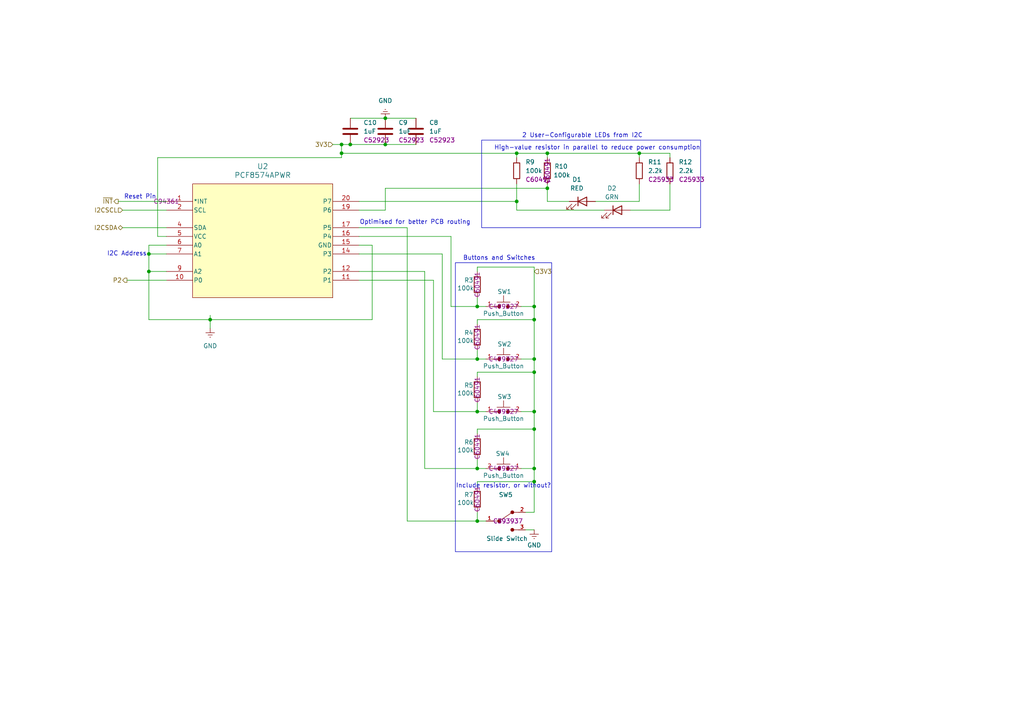
<source format=kicad_sch>
(kicad_sch (version 20231120) (generator "eeschema") (generator_version "8.0")
  (paper "A4")
  (lib_symbols
    (symbol "Peanut:C 1uF" (pin_numbers hide) (pin_names (offset 0.254))
      (property "Reference" "C" (at 0.635 2.54 0))
      (property "Value" "1uF" (at 0.635 -2.54 0))
      (property "LCSC" "C52923" (at 0 0 0))
      (symbol "C 1uF_0_1"
        (polyline (pts (xy -2.032 -0.762) (xy 2.032 -0.762)) (stroke (width 0.508)))
        (polyline (pts (xy -2.032 0.762) (xy 2.032 0.762)) (stroke (width 0.508)))
      )
      (symbol "C 1uF_1_1"
        (pin passive line (at 0 3.81 270) (length 2.794) (name "~") (number "1"))
        (pin passive line (at 0 -3.81 90) (length 2.794) (name "~") (number "2"))
      )
    )
    (symbol "Peanut:GND" (power) (pin_numbers hide) (pin_names (offset 0) hide)
      (property "Value" "GND" (at 0 -3.81 0))
      (symbol "GND_0_1"
        (polyline (pts (xy -0.635 -1.905) (xy 0.635 -1.905)))
        (polyline (pts (xy -0.127 -2.54) (xy 0.127 -2.54)))
        (polyline (pts (xy 0 -1.27) (xy 0 0)))
        (polyline (pts (xy 1.27 -1.27) (xy -1.27 -1.27)))
      )
      (symbol "GND_1_1"
        (pin power_in line (at 0 0 270) (length 0) (name "~") (number "1"))
      )
    )
    (symbol "Peanut:LED" (pin_numbers hide) (pin_names (offset 1.016) hide)
      (property "Reference" "D" (at 0 2.54 0))
      (property "Value" "LED" (at 0 -2.54 0))
      (symbol "LED_0_1"
        (polyline (pts (xy -1.27 -1.27) (xy -1.27 1.27)) (stroke (width 0.254)))
        (polyline (pts (xy -1.27 0) (xy 1.27 0)))
        (polyline (pts (xy 1.27 -1.27) (xy 1.27 1.27) (xy -1.27 0) (xy 1.27 -1.27)) (stroke (width 0.254)))
        (polyline (pts (xy -3.048 -0.762) (xy -4.572 -2.286) (xy -3.81 -2.286) (xy -4.572 -2.286) (xy -4.572 -1.524)))
        (polyline (pts (xy -1.778 -0.762) (xy -3.302 -2.286) (xy -2.54 -2.286) (xy -3.302 -2.286) (xy -3.302 -1.524)))
      )
      (symbol "LED_1_1"
        (pin passive line (at -3.81 0 0) (length 2.54) (name "K") (number "1"))
        (pin passive line (at 3.81 0 180) (length 2.54) (name "A") (number "2"))
      )
    )
    (symbol "Peanut:PCF8574APWR" (pin_names (offset 0.254))
      (property "Reference" "U" (at 27.94 10.16 0))
      (property "Value" "PCF8574APWR" (at 27.94 7.62 0))
      (property "LCSC" "C94361" (at 0 0 0))
      (symbol "PCF8574APWR_0_1"
        (rectangle (start 7.62 5.08) (end 48.26 -27.94) (fill (type background)))
        (pin output line (at 0 0 0) (length 7.62) (name "*INT") (number "1"))
        (pin bidirectional line (at 0 -22.86 0) (length 7.62) (name "P0") (number "10"))
        (pin bidirectional line (at 55.88 -22.86 180) (length 7.62) (name "P1") (number "11"))
        (pin bidirectional line (at 55.88 -20.32 180) (length 7.62) (name "P2") (number "12"))
        (pin bidirectional line (at 55.88 -15.24 180) (length 7.62) (name "P3") (number "14"))
        (pin power_in line (at 55.88 -12.7 180) (length 7.62) (name "GND") (number "15"))
        (pin bidirectional line (at 55.88 -10.16 180) (length 7.62) (name "P4") (number "16"))
        (pin bidirectional line (at 55.88 -7.62 180) (length 7.62) (name "P5") (number "17"))
        (pin bidirectional line (at 55.88 -2.54 180) (length 7.62) (name "P6") (number "19"))
        (pin input line (at 0 -2.54 0) (length 7.62) (name "SCL") (number "2"))
        (pin bidirectional line (at 55.88 0 180) (length 7.62) (name "P7") (number "20"))
        (pin bidirectional line (at 0 -7.62 0) (length 7.62) (name "SDA") (number "4"))
        (pin power_in line (at 0 -10.16 0) (length 7.62) (name "VCC") (number "5"))
        (pin input line (at 0 -12.7 0) (length 7.62) (name "A0") (number "6"))
        (pin input line (at 0 -15.24 0) (length 7.62) (name "A1") (number "7"))
        (pin input line (at 0 -20.32 0) (length 7.62) (name "A2") (number "9"))
      )
      (symbol "PCF8574APWR_1_1"
        (pin no_connect line (at 55.88 -17.78 180) (length 7.62) hide (name "NC") (number "13"))
        (pin no_connect line (at 55.88 -5.08 180) (length 7.62) hide (name "NC") (number "18"))
        (pin no_connect line (at 0 -5.08 0) (length 7.62) hide (name "NC") (number "3"))
        (pin no_connect line (at 0 -17.78 0) (length 7.62) hide (name "NC") (number "8"))
      )
    )
    (symbol "Peanut:Push_Button"
      (property "Reference" "SW" (at 0 6.35 0))
      (property "Value" "Push_Button" (at 0 4.445 0))
      (property "LCSC" "C499327" (at 0 0 0))
      (symbol "Push_Button_0_1"
        (circle (center -1.27 0) (radius 0.4579) (fill (type outline)))
        (polyline (pts (xy -3.175 0) (xy -1.778 0)))
        (polyline (pts (xy -1.905 1.27) (xy 1.905 1.27)))
        (polyline (pts (xy 0 1.27) (xy 0 3.175)))
        (polyline (pts (xy 1.778 0) (xy 3.175 0)))
        (circle (center 1.27 0) (radius 0.4579) (fill (type outline)))
      )
      (symbol "Push_Button_1_1"
        (pin passive line (at -5.08 0 0) (length 2) (name "") (number "1"))
        (pin passive line (at 5.08 0 180) (length 2) (name "") (number "2"))
      )
    )
    (symbol "Peanut:R 100k"
      (property "Reference" "R" (at 0 5.08 0))
      (property "Value" "100k" (at 0 2.54 0))
      (property "LCSC" "C60491" (at 0 0 0))
      (symbol "R 100k_0_1"
        (rectangle (start -2.286 0.889) (end 2.286 -0.889) (stroke (width 0.24)))
      )
      (symbol "R 100k_1_1"
        (pin passive line (at -3.81 0 0) (length 1.5) (name "") (number "1"))
        (pin passive line (at 3.81 0 180) (length 1.5) (name "~") (number "2"))
      )
    )
    (symbol "Peanut:R 2.2k"
      (property "Reference" "R" (at 0 5.08 0))
      (property "Value" "2.2k" (at 0 2.54 0))
      (property "LCSC" "C25933" (at 0 0 0))
      (symbol "R 2.2k_0_1"
        (rectangle (start -2.286 0.889) (end 2.286 -0.889) (stroke (width 0.24)))
      )
      (symbol "R 2.2k_1_1"
        (pin passive line (at -3.81 0 0) (length 1.5) (name "") (number "1"))
        (pin passive line (at 3.81 0 180) (length 1.5) (name "~") (number "2"))
      )
    )
    (symbol "Peanut:Slide_Switch_SPDT_P3mm_10x5x10mm"
      (property "Reference" "SW" (at 0 6.35 0))
      (property "Value" "Slide_Switch_SPDT" (at -1.27 -5.08 0))
      (property "LCSC" "C393937" (at 0 0 0))
      (symbol "Slide_Switch_SPDT_P3mm_10x5x10mm_0_1"
        (circle (center -2.54 0) (radius 0.4579) (fill (type outline)))
        (polyline (pts (xy -4.445 0) (xy -3.048 0)))
        (polyline (pts (xy -2.54 0) (xy 1.27 2.54)))
        (polyline (pts (xy 1.778 -2.54) (xy 3.175 -2.54)))
        (polyline (pts (xy 1.778 2.54) (xy 3.175 2.54)))
        (circle (center 1.27 -2.54) (radius 0.4579) (fill (type outline)))
        (circle (center 1.27 2.54) (radius 0.4579) (fill (type outline)))
      )
      (symbol "Slide_Switch_SPDT_P3mm_10x5x10mm_1_1"
        (pin passive line (at -6.35 0 0) (length 2) (name "") (number "1"))
        (pin passive line (at 5.08 2.54 180) (length 2) (name "") (number "2"))
        (pin passive line (at 5.08 -2.54 180) (length 2) (name "") (number "3"))
      )
    )
  )
  (junction (at 138.43 151.13))
  (junction (at 99.06 44.45))
  (junction (at 99.06 41.91))
  (junction (at 154.94 135.89))
  (junction (at 138.43 88.9))
  (junction (at 43.18 73.66))
  (junction (at 43.18 78.74))
  (junction (at 138.43 135.89))
  (junction (at 111.76 34.29))
  (junction (at 101.6 41.91))
  (junction (at 154.94 139.7))
  (junction (at 158.75 44.45))
  (junction (at 149.86 58.42))
  (junction (at 158.75 54.61))
  (junction (at 111.76 41.91))
  (junction (at 149.86 44.45))
  (junction (at 185.42 44.45))
  (junction (at 154.94 107.95))
  (junction (at 154.94 124.46))
  (junction (at 60.96 92.71))
  (junction (at 154.94 88.9))
  (junction (at 154.94 119.38))
  (junction (at 154.94 92.71))
  (junction (at 138.43 119.38))
  (junction (at 154.94 104.14))
  (junction (at 138.43 104.14))
  (wire (pts (xy 154.94 139.7) (xy 154.94 148.59)))
  (wire (pts (xy 138.43 86.36) (xy 138.43 88.9)))
  (wire (pts (xy 118.11 66.04) (xy 118.11 151.13)))
  (wire (pts (xy 111.76 34.29) (xy 101.6 34.29)))
  (wire (pts (xy 48.26 68.58) (xy 45.72 68.58)))
  (wire (pts (xy 154.94 77.47) (xy 154.94 88.9)))
  (wire (pts (xy 43.18 71.12) (xy 43.18 73.66)))
  (wire (pts (xy 96.52 41.91) (xy 99.06 41.91)))
  (wire (pts (xy 123.19 135.89) (xy 138.43 135.89)))
  (wire (pts (xy 154.94 88.9) (xy 151.13 88.9)))
  (wire (pts (xy 138.43 148.59) (xy 138.43 151.13)))
  (wire (pts (xy 104.14 73.66) (xy 128.27 73.66)))
  (wire (pts (xy 138.43 139.7) (xy 154.94 139.7)))
  (wire (pts (xy 138.43 107.95) (xy 138.43 109.22)))
  (wire (pts (xy 128.27 104.14) (xy 138.43 104.14)))
  (wire (pts (xy 154.94 107.95) (xy 154.94 119.38)))
  (wire (pts (xy 154.94 153.67) (xy 152.4 153.67)))
  (wire (pts (xy 35.56 60.96) (xy 48.26 60.96)))
  (wire (pts (xy 99.06 41.91) (xy 101.6 41.91)))
  (wire (pts (xy 104.14 68.58) (xy 130.81 68.58)))
  (wire (pts (xy 111.76 54.61) (xy 111.76 60.96)))
  (wire (pts (xy 138.43 139.7) (xy 138.43 140.97)))
  (wire (pts (xy 138.43 151.13) (xy 140.97 151.13)))
  (wire (pts (xy 158.75 44.45) (xy 158.75 45.72)))
  (wire (pts (xy 60.96 92.71) (xy 60.96 95.25)))
  (wire (pts (xy 154.94 92.71) (xy 154.94 104.14)))
  (wire (pts (xy 104.14 66.04) (xy 118.11 66.04)))
  (wire (pts (xy 154.94 104.14) (xy 151.13 104.14)))
  (wire (pts (xy 138.43 124.46) (xy 138.43 125.73)))
  (wire (pts (xy 154.94 135.89) (xy 154.94 139.7)))
  (wire (pts (xy 138.43 135.89) (xy 140.97 135.89)))
  (wire (pts (xy 111.76 41.91) (xy 120.65 41.91)))
  (wire (pts (xy 48.26 66.04) (xy 35.56 66.04)))
  (wire (pts (xy 158.75 54.61) (xy 158.75 53.34)))
  (wire (pts (xy 104.14 81.28) (xy 125.73 81.28)))
  (wire (pts (xy 34.29 58.42) (xy 48.26 58.42)))
  (wire (pts (xy 138.43 77.47) (xy 154.94 77.47)))
  (wire (pts (xy 43.18 73.66) (xy 48.26 73.66)))
  (wire (pts (xy 125.73 119.38) (xy 125.73 81.28)))
  (wire (pts (xy 138.43 124.46) (xy 154.94 124.46)))
  (wire (pts (xy 45.72 45.72) (xy 99.06 45.72)))
  (wire (pts (xy 154.94 119.38) (xy 154.94 124.46)))
  (wire (pts (xy 99.06 44.45) (xy 149.86 44.45)))
  (wire (pts (xy 149.86 44.45) (xy 158.75 44.45)))
  (wire (pts (xy 107.95 92.71) (xy 107.95 71.12)))
  (wire (pts (xy 43.18 78.74) (xy 48.26 78.74)))
  (wire (pts (xy 194.31 53.34) (xy 194.31 60.96)))
  (wire (pts (xy 185.42 44.45) (xy 194.31 44.45)))
  (wire (pts (xy 194.31 45.72) (xy 194.31 44.45)))
  (wire (pts (xy 101.6 41.91) (xy 111.76 41.91)))
  (wire (pts (xy 149.86 53.34) (xy 149.86 58.42)))
  (wire (pts (xy 182.88 60.96) (xy 194.31 60.96)))
  (wire (pts (xy 99.06 44.45) (xy 99.06 45.72)))
  (wire (pts (xy 123.19 78.74) (xy 104.14 78.74)))
  (wire (pts (xy 60.96 91.44) (xy 60.96 92.71)))
  (wire (pts (xy 158.75 44.45) (xy 185.42 44.45)))
  (wire (pts (xy 138.43 119.38) (xy 125.73 119.38)))
  (wire (pts (xy 138.43 92.71) (xy 138.43 93.98)))
  (wire (pts (xy 149.86 44.45) (xy 149.86 45.72)))
  (wire (pts (xy 138.43 107.95) (xy 154.94 107.95)))
  (wire (pts (xy 43.18 73.66) (xy 43.18 78.74)))
  (wire (pts (xy 138.43 88.9) (xy 130.81 88.9)))
  (wire (pts (xy 99.06 41.91) (xy 99.06 44.45)))
  (wire (pts (xy 154.94 135.89) (xy 151.13 135.89)))
  (wire (pts (xy 152.4 148.59) (xy 154.94 148.59)))
  (wire (pts (xy 128.27 73.66) (xy 128.27 104.14)))
  (wire (pts (xy 149.86 58.42) (xy 149.86 60.96)))
  (wire (pts (xy 185.42 53.34) (xy 185.42 58.42)))
  (wire (pts (xy 36.83 81.28) (xy 48.26 81.28)))
  (wire (pts (xy 138.43 88.9) (xy 140.97 88.9)))
  (wire (pts (xy 154.94 104.14) (xy 154.94 107.95)))
  (wire (pts (xy 138.43 133.35) (xy 138.43 135.89)))
  (wire (pts (xy 138.43 77.47) (xy 138.43 78.74)))
  (wire (pts (xy 138.43 104.14) (xy 140.97 104.14)))
  (wire (pts (xy 130.81 68.58) (xy 130.81 88.9)))
  (wire (pts (xy 154.94 88.9) (xy 154.94 92.71)))
  (wire (pts (xy 185.42 44.45) (xy 185.42 45.72)))
  (wire (pts (xy 149.86 60.96) (xy 175.26 60.96)))
  (wire (pts (xy 120.65 34.29) (xy 111.76 34.29)))
  (wire (pts (xy 123.19 78.74) (xy 123.19 135.89)))
  (wire (pts (xy 172.72 58.42) (xy 185.42 58.42)))
  (wire (pts (xy 118.11 151.13) (xy 138.43 151.13)))
  (wire (pts (xy 60.96 92.71) (xy 107.95 92.71)))
  (wire (pts (xy 138.43 101.6) (xy 138.43 104.14)))
  (wire (pts (xy 43.18 92.71) (xy 60.96 92.71)))
  (wire (pts (xy 111.76 60.96) (xy 104.14 60.96)))
  (wire (pts (xy 104.14 58.42) (xy 149.86 58.42)))
  (wire (pts (xy 43.18 71.12) (xy 48.26 71.12)))
  (wire (pts (xy 154.94 124.46) (xy 154.94 135.89)))
  (wire (pts (xy 154.94 119.38) (xy 151.13 119.38)))
  (wire (pts (xy 165.1 58.42) (xy 158.75 58.42)))
  (wire (pts (xy 138.43 119.38) (xy 140.97 119.38)))
  (wire (pts (xy 158.75 54.61) (xy 111.76 54.61)))
  (wire (pts (xy 138.43 92.71) (xy 154.94 92.71)))
  (wire (pts (xy 158.75 58.42) (xy 158.75 54.61)))
  (wire (pts (xy 45.72 45.72) (xy 45.72 68.58)))
  (wire (pts (xy 107.95 71.12) (xy 104.14 71.12)))
  (wire (pts (xy 43.18 78.74) (xy 43.18 92.71)))
  (wire (pts (xy 138.43 116.84) (xy 138.43 119.38)))
  (rectangle (start 139.7 40.64) (end 203.2 66.04))
  (rectangle (start 132.08 76.2) (end 160.02 160.02))
  (text "Reset Pin" (at 40.64 57.15 0) (effects (font (size 1.27 1.27))))
  (text "Include resistor, or without?\n" (at 146.05 140.97 0) (effects (font (size 1.27 1.27))))
  (text "I2C Address" (at 36.83 73.66 0) (effects (font (size 1.27 1.27))))
  (text "Optimised for better PCB routing" (at 120.396 64.516 0) (effects (font (size 1.27 1.27))))
  (text "2 User-Configurable LEDs from I2C" (at 168.91 39.37 0) (effects (font (size 1.27 1.27))))
  (text "High-value resistor in parallel to reduce power consumption\n" (at 173.228 42.926 0) (effects (font (size 1.27 1.27))))
  (text "Buttons and Switches\n" (at 144.78 74.93 0) (effects (font (size 1.27 1.27))))
  (hierarchical_label "3V3" (shape input) (at 154.94 78.74 0))
  (hierarchical_label "P2" (shape output) (at 36.83 81.28 180))
  (hierarchical_label "I2CSDA" (shape bidirectional) (at 35.56 66.04 180))
  (hierarchical_label "I2CSCL" (shape input) (at 35.56 60.96 180))
  (hierarchical_label "~{INT}" (shape output) (at 34.29 58.42 180))
  (hierarchical_label "3V3" (shape input) (at 96.52 41.91 180))
  (symbol (lib_id "Peanut:Push_Button") (at 146.05 119.38 0) (unit 1)
    (property "Reference" "SW3" (at 146.304 115.062 0))
    (property "Value" "Push_Button" (at 146.05 121.412 0))
    (property "Footprint" "Button_Switch_THT:SW_Tactile_SPST_Angled_PTS645Vx58-2LFS" (effects (hide yes)))
    (property "Description" "Tactile Button" (effects (hide yes)))
    (property "LCSC" "C499327" (at 146.05 119.38 0))
  )
  (symbol (lib_id "Peanut:R 100k") (at 138.43 82.55 270) (unit 1)
    (property "Reference" "R3" (at 134.62 81.28 90) (effects (justify left)))
    (property "Value" "100k" (at 132.588 83.566 90) (effects (justify left)))
    (property "Footprint" "Resistor_SMD:R_0402_1005Metric" (effects (hide yes)))
    (property "Description" "Resistor" (effects (hide yes)))
    (property "LCSC" "C60491" (at 138.43 82.55 0))
  )
  (symbol (lib_id "Peanut:R 100k") (at 138.43 144.78 270) (unit 1)
    (property "Reference" "R7" (at 134.62 143.51 90) (effects (justify left)))
    (property "Value" "100k" (at 132.588 145.796 90) (effects (justify left)))
    (property "Footprint" "Resistor_SMD:R_0402_1005Metric" (effects (hide yes)))
    (property "Description" "Resistor" (effects (hide yes)))
    (property "LCSC" "C60491" (at 138.43 144.78 0))
  )
  (symbol (lib_id "Peanut:C 1uF") (at 111.76 38.1 180) (unit 1)
    (property "Reference" "C9" (at 115.57 35.5599 0) (effects (justify right)))
    (property "Value" "1uF" (at 115.57 38.0999 0) (effects (justify right)))
    (property "Footprint" "Capacitor_SMD:C_0402_1005Metric" (effects (hide yes)))
    (property "Description" "Unpolarized capacitor" (effects (hide yes)))
    (property "LCSC" "C52923" (at 115.57 40.6399 0) (effects (justify right)))
  )
  (symbol (lib_id "Peanut:Push_Button") (at 146.05 135.89 0) (mirror y) (unit 1)
    (property "Reference" "SW4" (at 145.796 131.572 0))
    (property "Value" "Push_Button" (at 146.05 137.922 0))
    (property "Footprint" "Button_Switch_THT:SW_Tactile_SPST_Angled_PTS645Vx58-2LFS" (effects (hide yes)))
    (property "Description" "Tactile Button" (effects (hide yes)))
    (property "LCSC" "C499327" (at 146.05 135.89 0))
  )
  (symbol (lib_id "Peanut:Push_Button") (at 146.05 104.14 0) (unit 1)
    (property "Reference" "SW2" (at 146.304 99.822 0))
    (property "Value" "Push_Button" (at 146.05 106.172 0))
    (property "Footprint" "Button_Switch_THT:SW_Tactile_SPST_Angled_PTS645Vx58-2LFS" (effects (hide yes)))
    (property "Description" "Tactile Button" (effects (hide yes)))
    (property "LCSC" "C499327" (at 146.05 104.14 0))
  )
  (symbol (lib_id "Peanut:GND") (at 60.96 95.25 0) (unit 1)
    (property "Reference" "#PWR07" (effects (hide yes)))
    (property "Value" "GND" (at 60.96 100.33 0))
  )
  (symbol (lib_id "Peanut:R 100k") (at 149.86 49.53 270) (unit 1)
    (property "Reference" "R9" (at 152.4 46.9899 90) (effects (justify left)))
    (property "Value" "100k" (at 152.4 49.5299 90) (effects (justify left)))
    (property "Footprint" "Resistor_SMD:R_0402_1005Metric" (effects (hide yes)))
    (property "Description" "Resistor" (effects (hide yes)))
    (property "LCSC" "C60491" (at 152.4 52.0699 90) (effects (justify left)))
  )
  (symbol (lib_id "Peanut:PCF8574APWR") (at 48.26 58.42 0) (unit 1)
    (property "Reference" "U2" (at 76.2 48.26 0) (effects (font (size 1.524 1.524))))
    (property "Value" "PCF8574APWR" (at 76.2 50.8 0) (effects (font (size 1.524 1.524))))
    (property "Footprint" "Peanut:PW20" (effects (hide yes)))
    (property "Datasheet" "PCF8574APWR" (effects (hide yes)))
    (property "Description" "8Bit I2C Digital Muxer" (effects (hide yes)))
    (property "Manufacturer" "Texas Instruments" (effects (hide yes)))
    (property "LCSC" "C94361" (at 48.26 58.42 0))
  )
  (symbol (lib_id "Peanut:Slide_Switch_SPDT_P3mm_10x5x10mm") (at 147.32 151.13 0) (unit 1)
    (property "Reference" "SW5" (at 146.685 143.51 0))
    (property "Value" "Slide Switch" (at 147.066 156.21 0))
    (property "Footprint" "Peanut:SW-TH_SK12D07VG4" (effects (hide yes)))
    (property "Description" "SPDT Slide Switch" (effects (hide yes)))
    (property "LCSC" "C393937" (at 147.32 151.13 0))
  )
  (symbol (lib_id "Peanut:GND") (at 154.94 153.67 0) (mirror y) (unit 1)
    (property "Reference" "#PWR09" (effects (hide yes)))
    (property "Value" "GND" (at 154.94 158.115 0))
  )
  (symbol (lib_id "Peanut:R 2.2k") (at 194.31 49.53 270) (unit 1)
    (property "Reference" "R12" (at 196.85 46.9899 90) (effects (justify left)))
    (property "Value" "2.2k" (at 196.85 49.5299 90) (effects (justify left)))
    (property "Footprint" "Resistor_SMD:R_0402_1005Metric" (effects (hide yes)))
    (property "Description" "Resistor" (effects (hide yes)))
    (property "LCSC" "C25933" (at 196.85 52.0699 90) (effects (justify left)))
  )
  (symbol (lib_id "Peanut:GND") (at 111.76 34.29 180) (unit 1)
    (property "Reference" "#PWR08" (effects (hide yes)))
    (property "Value" "GND" (at 111.76 29.21 0))
  )
  (symbol (lib_id "Peanut:LED") (at 179.07 60.96 0) (unit 1)
    (property "Reference" "D2" (at 177.4825 54.61 0))
    (property "Value" "GRN" (at 177.4825 57.15 0))
    (property "Footprint" "LED_SMD:LED_0201_0603Metric" (effects (hide yes)))
    (property "Description" "Light emitting diode" (effects (hide yes)))
  )
  (symbol (lib_id "Peanut:C 1uF") (at 101.6 38.1 180) (unit 1)
    (property "Reference" "C10" (at 105.41 35.5599 0) (effects (justify right)))
    (property "Value" "1uF" (at 105.41 38.0999 0) (effects (justify right)))
    (property "Footprint" "Capacitor_SMD:C_0402_1005Metric" (effects (hide yes)))
    (property "Description" "Unpolarized capacitor" (effects (hide yes)))
    (property "LCSC" "C52923" (at 105.41 40.6399 0) (effects (justify right)))
  )
  (symbol (lib_id "Peanut:R 100k") (at 158.75 49.53 270) (unit 1)
    (property "Reference" "R10" (at 160.782 48.26 90) (effects (justify left)))
    (property "Value" "100k" (at 160.528 50.8 90) (effects (justify left)))
    (property "Footprint" "Resistor_SMD:R_0402_1005Metric" (effects (hide yes)))
    (property "Description" "Resistor" (effects (hide yes)))
    (property "LCSC" "C60491" (at 158.75 49.53 0))
  )
  (symbol (lib_id "Peanut:R 100k") (at 138.43 97.79 270) (unit 1)
    (property "Reference" "R4" (at 134.62 96.52 90) (effects (justify left)))
    (property "Value" "100k" (at 132.588 98.806 90) (effects (justify left)))
    (property "Footprint" "Resistor_SMD:R_0402_1005Metric" (effects (hide yes)))
    (property "Description" "Resistor" (effects (hide yes)))
    (property "LCSC" "C60491" (at 138.43 97.79 0))
  )
  (symbol (lib_id "Peanut:R 100k") (at 138.43 113.03 270) (unit 1)
    (property "Reference" "R5" (at 134.62 111.76 90) (effects (justify left)))
    (property "Value" "100k" (at 132.588 114.046 90) (effects (justify left)))
    (property "Footprint" "Resistor_SMD:R_0402_1005Metric" (effects (hide yes)))
    (property "Description" "Resistor" (effects (hide yes)))
    (property "LCSC" "C60491" (at 138.43 113.03 0))
  )
  (symbol (lib_id "Peanut:R 2.2k") (at 185.42 49.53 270) (unit 1)
    (property "Reference" "R11" (at 187.96 46.9899 90) (effects (justify left)))
    (property "Value" "2.2k" (at 187.96 49.5299 90) (effects (justify left)))
    (property "Footprint" "Resistor_SMD:R_0402_1005Metric" (effects (hide yes)))
    (property "Description" "Resistor" (effects (hide yes)))
    (property "LCSC" "C25933" (at 187.96 52.0699 90) (effects (justify left)))
  )
  (symbol (lib_id "Peanut:R 100k") (at 138.43 129.54 270) (unit 1)
    (property "Reference" "R6" (at 134.62 128.27 90) (effects (justify left)))
    (property "Value" "100k" (at 132.588 130.556 90) (effects (justify left)))
    (property "Footprint" "Resistor_SMD:R_0402_1005Metric" (effects (hide yes)))
    (property "Description" "Resistor" (effects (hide yes)))
    (property "LCSC" "C60491" (at 138.43 129.54 0))
  )
  (symbol (lib_id "Peanut:C 1uF") (at 120.65 38.1 180) (unit 1)
    (property "Reference" "C8" (at 124.46 35.5599 0) (effects (justify right)))
    (property "Value" "1uF" (at 124.46 38.0999 0) (effects (justify right)))
    (property "Footprint" "Capacitor_SMD:C_0402_1005Metric" (effects (hide yes)))
    (property "Description" "Unpolarized capacitor" (effects (hide yes)))
    (property "LCSC" "C52923" (at 124.46 40.6399 0) (effects (justify right)))
  )
  (symbol (lib_id "Peanut:LED") (at 168.91 58.42 0) (unit 1)
    (property "Reference" "D1" (at 167.3225 52.07 0))
    (property "Value" "RED" (at 167.3225 54.61 0))
    (property "Footprint" "LED_SMD:LED_0201_0603Metric" (effects (hide yes)))
    (property "Description" "Light emitting diode" (effects (hide yes)))
  )
  (symbol (lib_id "Peanut:Push_Button") (at 146.05 88.9 0) (unit 1)
    (property "Reference" "SW1" (at 146.304 84.582 0))
    (property "Value" "Push_Button" (at 146.05 90.932 0))
    (property "Footprint" "Button_Switch_THT:SW_Tactile_SPST_Angled_PTS645Vx58-2LFS" (effects (hide yes)))
    (property "Description" "Tactile Button" (effects (hide yes)))
    (property "LCSC" "C499327" (at 146.05 88.9 0))
  )
)
</source>
